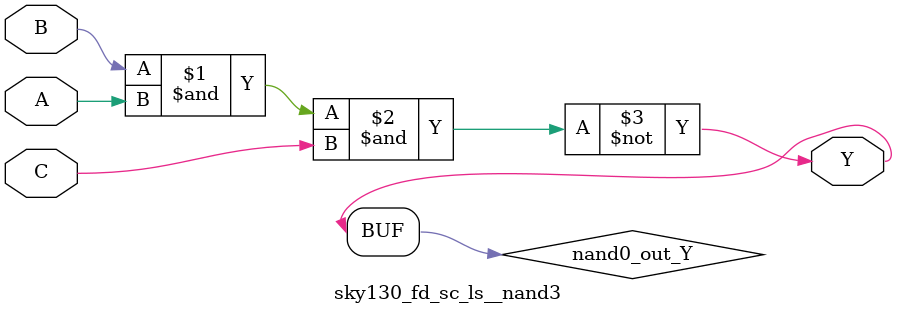
<source format=v>
/*
 * Copyright 2020 The SkyWater PDK Authors
 *
 * Licensed under the Apache License, Version 2.0 (the "License");
 * you may not use this file except in compliance with the License.
 * You may obtain a copy of the License at
 *
 *     https://www.apache.org/licenses/LICENSE-2.0
 *
 * Unless required by applicable law or agreed to in writing, software
 * distributed under the License is distributed on an "AS IS" BASIS,
 * WITHOUT WARRANTIES OR CONDITIONS OF ANY KIND, either express or implied.
 * See the License for the specific language governing permissions and
 * limitations under the License.
 *
 * SPDX-License-Identifier: Apache-2.0
*/


`ifndef SKY130_FD_SC_LS__NAND3_FUNCTIONAL_V
`define SKY130_FD_SC_LS__NAND3_FUNCTIONAL_V

/**
 * nand3: 3-input NAND.
 *
 * Verilog simulation functional model.
 */

`timescale 1ns / 1ps
`default_nettype none

`celldefine
module sky130_fd_sc_ls__nand3 (
    Y,
    A,
    B,
    C
);

    // Module ports
    output Y;
    input  A;
    input  B;
    input  C;

    // Local signals
    wire nand0_out_Y;

    //   Name   Output       Other arguments
    nand nand0 (nand0_out_Y, B, A, C        );
    buf  buf0  (Y          , nand0_out_Y    );

endmodule
`endcelldefine

`default_nettype wire
`endif  // SKY130_FD_SC_LS__NAND3_FUNCTIONAL_V
</source>
